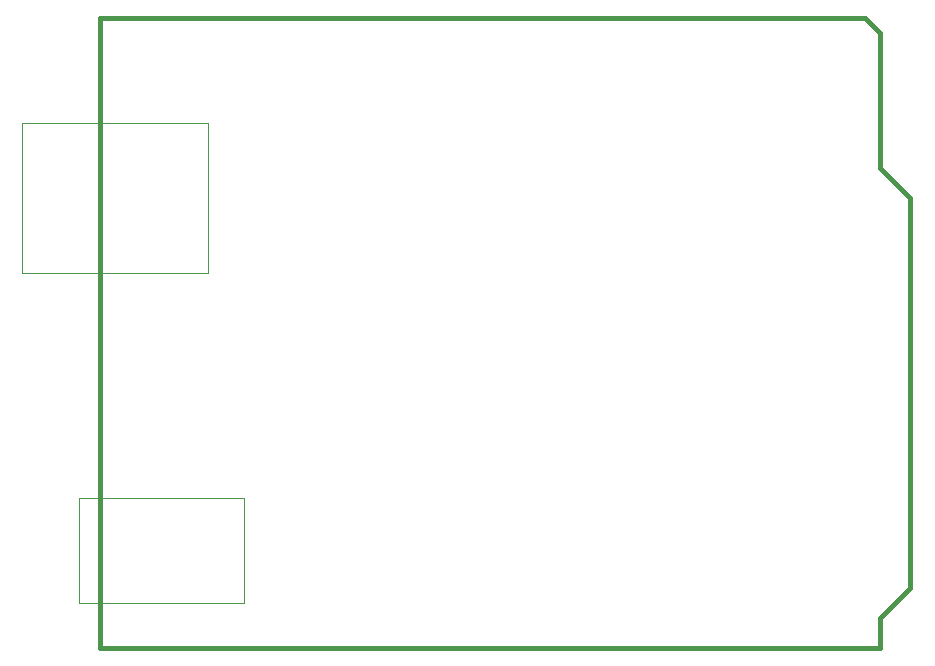
<source format=gbo>
G75*
%MOIN*%
%OFA0B0*%
%FSLAX25Y25*%
%IPPOS*%
%LPD*%
%AMOC8*
5,1,8,0,0,1.08239X$1,22.5*
%
%ADD10C,0.01600*%
%ADD11C,0.00000*%
D10*
X0027000Y0006800D02*
X0287000Y0006800D01*
X0287000Y0016800D01*
X0297000Y0026800D01*
X0297000Y0156800D01*
X0287000Y0166800D01*
X0287000Y0211800D01*
X0282000Y0216800D01*
X0027000Y0216800D01*
X0027000Y0006800D01*
D11*
X0027000Y0216800D01*
X0281000Y0216800D01*
X0287000Y0210800D01*
X0287000Y0165800D01*
X0297000Y0155800D01*
X0297000Y0026800D01*
X0287000Y0016800D01*
X0287000Y0006800D01*
X0027000Y0006800D01*
X0020000Y0021800D02*
X0020000Y0056800D01*
X0075000Y0056800D01*
X0075000Y0021800D01*
X0020000Y0021800D01*
X0001000Y0131800D02*
X0063000Y0131800D01*
X0063000Y0181800D01*
X0001000Y0181800D01*
X0001000Y0131800D01*
M02*

</source>
